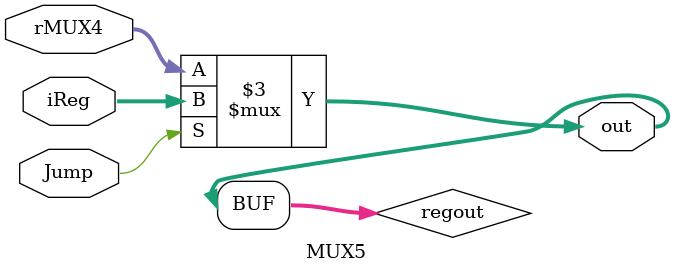
<source format=v>
module MUX5 (
  input wire [7:0] iReg,
  input wire [7:0] rMUX4,
  output wire [7:0] out,
  input Jump
);
  reg [7:0] regout;
  
  
  always @(iReg or rMUX4 or Jump)
    begin
        regout = rMUX4;
        if (Jump) begin
            regout = iReg;
        end 
    end
  assign out = regout;
endmodule
</source>
